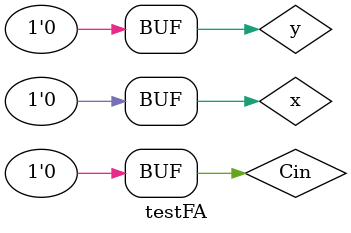
<source format=v>
`timescale 1ns / 1ps
module testFA;
wire s, Cout; // Outputs
reg x, y, Cin; // Inputs
// Instantiate the Device Under Test (DUT)
FA dut (.s(s), .Cout( Cout), .x(x), .y(y), .Cin(Cin));
initial
begin
x=0; y=0; Cin=0; // Initialization, (x, y, cin) = (0, 0, 0)
#100 x=1; // (x, y, cin) = (1, 0, 0)
#100 x=0; y=1; // (x, y, cin) = (0, 1, 0)
#100 x=1; // (x, y, cin) = (1, 1, 0)
#100 x=0; y=0; Cin=1; // (x, y, cin) = (0, 0, 1)
#100 x=1; // (x, y, cin) = (1, 0, 1)
#100 x=0; y=1; // (x, y, cin) = (0, 1, 1)
#100 x=1; // (x, y, cin) = (1, 1, 1)
#100 x=0; y=0; Cin=0; // (x, y, cin) = (0, 0, 0)
end
endmodule

</source>
